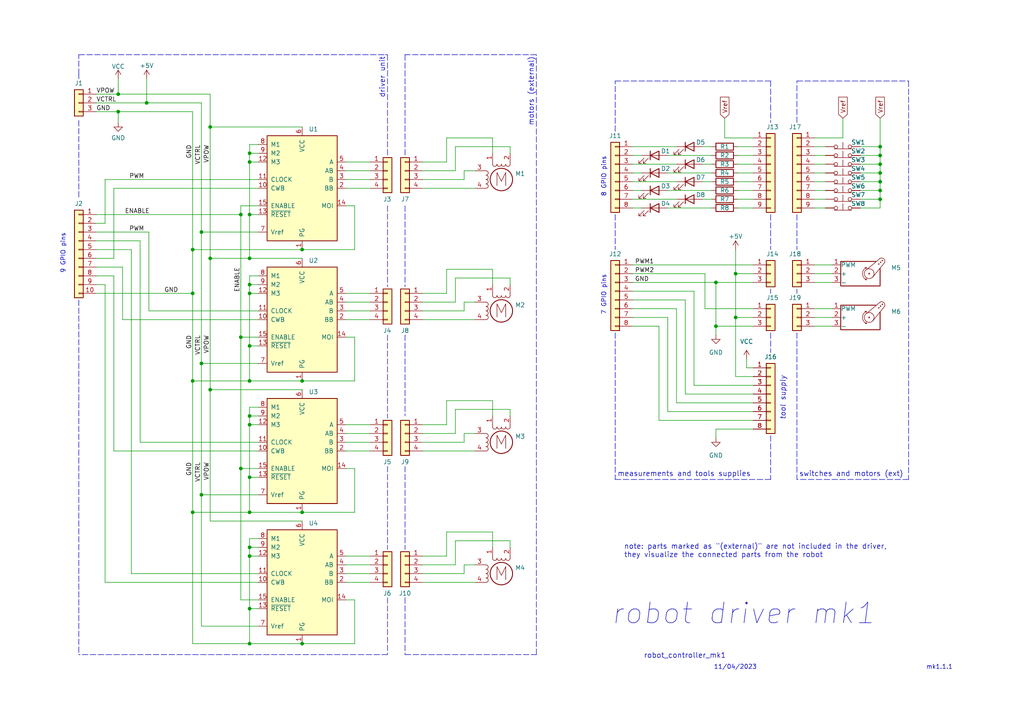
<source format=kicad_sch>
(kicad_sch (version 20211123) (generator eeschema)
  (paper "A4")
  (lib_symbols
    (symbol "Connector_Generic:Conn_01x03" (pin_names (offset 1.016) hide)
      (property "Reference" "J" (at 0 5.08 0))
      (property "Value" "Conn_01x03" (at 0 -5.08 0))
      (symbol "Conn_01x03_1_1"
        (rectangle (start -1.27 -2.413) (end 0 -2.667) (stroke (width 0.1524)))
        (rectangle (start -1.27 0.127) (end 0 -0.127) (stroke (width 0.1524)))
        (rectangle (start -1.27 2.667) (end 0 2.413) (stroke (width 0.1524)))
        (rectangle (start -1.27 3.81) (end 1.27 -3.81) (stroke (width 0.254)) (fill (type background)))
        (pin passive line (at -5.08 2.54 0) (length 3.81) (name "Pin_1") (number "1"))
        (pin passive line (at -5.08 0 0) (length 3.81) (name "Pin_2") (number "2"))
        (pin passive line (at -5.08 -2.54 0) (length 3.81) (name "Pin_3") (number "3"))
      )
    )
    (symbol "Connector_Generic:Conn_01x04" (pin_names (offset 1.016) hide)
      (property "Reference" "J" (at 0 5.08 0))
      (property "Value" "Conn_01x04" (at 0 -7.62 0))
      (symbol "Conn_01x04_1_1"
        (rectangle (start -1.27 -4.953) (end 0 -5.207) (stroke (width 0.1524)))
        (rectangle (start -1.27 -2.413) (end 0 -2.667) (stroke (width 0.1524)))
        (rectangle (start -1.27 0.127) (end 0 -0.127) (stroke (width 0.1524)))
        (rectangle (start -1.27 2.667) (end 0 2.413) (stroke (width 0.1524)))
        (rectangle (start -1.27 3.81) (end 1.27 -6.35) (stroke (width 0.254)) (fill (type background)))
        (pin passive line (at -5.08 2.54 0) (length 3.81) (name "Pin_1") (number "1"))
        (pin passive line (at -5.08 0 0) (length 3.81) (name "Pin_2") (number "2"))
        (pin passive line (at -5.08 -2.54 0) (length 3.81) (name "Pin_3") (number "3"))
        (pin passive line (at -5.08 -5.08 0) (length 3.81) (name "Pin_4") (number "4"))
      )
    )
    (symbol "Connector_Generic:Conn_01x08" (pin_names (offset 1.016) hide)
      (property "Reference" "J" (at 0 10.16 0))
      (property "Value" "Conn_01x08" (at 0 -12.7 0))
      (symbol "Conn_01x08_1_1"
        (rectangle (start -1.27 -10.033) (end 0 -10.287) (stroke (width 0.1524)))
        (rectangle (start -1.27 -7.493) (end 0 -7.747) (stroke (width 0.1524)))
        (rectangle (start -1.27 -4.953) (end 0 -5.207) (stroke (width 0.1524)))
        (rectangle (start -1.27 -2.413) (end 0 -2.667) (stroke (width 0.1524)))
        (rectangle (start -1.27 0.127) (end 0 -0.127) (stroke (width 0.1524)))
        (rectangle (start -1.27 2.667) (end 0 2.413) (stroke (width 0.1524)))
        (rectangle (start -1.27 5.207) (end 0 4.953) (stroke (width 0.1524)))
        (rectangle (start -1.27 7.747) (end 0 7.493) (stroke (width 0.1524)))
        (rectangle (start -1.27 8.89) (end 1.27 -11.43) (stroke (width 0.254)) (fill (type background)))
        (pin passive line (at -5.08 7.62 0) (length 3.81) (name "Pin_1") (number "1"))
        (pin passive line (at -5.08 5.08 0) (length 3.81) (name "Pin_2") (number "2"))
        (pin passive line (at -5.08 2.54 0) (length 3.81) (name "Pin_3") (number "3"))
        (pin passive line (at -5.08 0 0) (length 3.81) (name "Pin_4") (number "4"))
        (pin passive line (at -5.08 -2.54 0) (length 3.81) (name "Pin_5") (number "5"))
        (pin passive line (at -5.08 -5.08 0) (length 3.81) (name "Pin_6") (number "6"))
        (pin passive line (at -5.08 -7.62 0) (length 3.81) (name "Pin_7") (number "7"))
        (pin passive line (at -5.08 -10.16 0) (length 3.81) (name "Pin_8") (number "8"))
      )
    )
    (symbol "Connector_Generic:Conn_01x09" (pin_names (offset 1.016) hide)
      (property "Reference" "J" (at 0 12.7 0))
      (property "Value" "Conn_01x09" (at 0 -12.7 0))
      (symbol "Conn_01x09_1_1"
        (rectangle (start -1.27 -10.033) (end 0 -10.287) (stroke (width 0.1524)))
        (rectangle (start -1.27 -7.493) (end 0 -7.747) (stroke (width 0.1524)))
        (rectangle (start -1.27 -4.953) (end 0 -5.207) (stroke (width 0.1524)))
        (rectangle (start -1.27 -2.413) (end 0 -2.667) (stroke (width 0.1524)))
        (rectangle (start -1.27 0.127) (end 0 -0.127) (stroke (width 0.1524)))
        (rectangle (start -1.27 2.667) (end 0 2.413) (stroke (width 0.1524)))
        (rectangle (start -1.27 5.207) (end 0 4.953) (stroke (width 0.1524)))
        (rectangle (start -1.27 7.747) (end 0 7.493) (stroke (width 0.1524)))
        (rectangle (start -1.27 10.287) (end 0 10.033) (stroke (width 0.1524)))
        (rectangle (start -1.27 11.43) (end 1.27 -11.43) (stroke (width 0.254)) (fill (type background)))
        (pin passive line (at -5.08 10.16 0) (length 3.81) (name "Pin_1") (number "1"))
        (pin passive line (at -5.08 7.62 0) (length 3.81) (name "Pin_2") (number "2"))
        (pin passive line (at -5.08 5.08 0) (length 3.81) (name "Pin_3") (number "3"))
        (pin passive line (at -5.08 2.54 0) (length 3.81) (name "Pin_4") (number "4"))
        (pin passive line (at -5.08 0 0) (length 3.81) (name "Pin_5") (number "5"))
        (pin passive line (at -5.08 -2.54 0) (length 3.81) (name "Pin_6") (number "6"))
        (pin passive line (at -5.08 -5.08 0) (length 3.81) (name "Pin_7") (number "7"))
        (pin passive line (at -5.08 -7.62 0) (length 3.81) (name "Pin_8") (number "8"))
        (pin passive line (at -5.08 -10.16 0) (length 3.81) (name "Pin_9") (number "9"))
      )
    )
    (symbol "Connector_Generic:Conn_01x10" (pin_names (offset 1.016) hide)
      (property "Reference" "J" (at 0 12.7 0))
      (property "Value" "Conn_01x10" (at 0 -15.24 0))
      (symbol "Conn_01x10_1_1"
        (rectangle (start -1.27 -12.573) (end 0 -12.827) (stroke (width 0.1524)))
        (rectangle (start -1.27 -10.033) (end 0 -10.287) (stroke (width 0.1524)))
        (rectangle (start -1.27 -7.493) (end 0 -7.747) (stroke (width 0.1524)))
        (rectangle (start -1.27 -4.953) (end 0 -5.207) (stroke (width 0.1524)))
        (rectangle (start -1.27 -2.413) (end 0 -2.667) (stroke (width 0.1524)))
        (rectangle (start -1.27 0.127) (end 0 -0.127) (stroke (width 0.1524)))
        (rectangle (start -1.27 2.667) (end 0 2.413) (stroke (width 0.1524)))
        (rectangle (start -1.27 5.207) (end 0 4.953) (stroke (width 0.1524)))
        (rectangle (start -1.27 7.747) (end 0 7.493) (stroke (width 0.1524)))
        (rectangle (start -1.27 10.287) (end 0 10.033) (stroke (width 0.1524)))
        (rectangle (start -1.27 11.43) (end 1.27 -13.97) (stroke (width 0.254)) (fill (type background)))
        (pin passive line (at -5.08 10.16 0) (length 3.81) (name "Pin_1") (number "1"))
        (pin passive line (at -5.08 -12.7 0) (length 3.81) (name "Pin_10") (number "10"))
        (pin passive line (at -5.08 7.62 0) (length 3.81) (name "Pin_2") (number "2"))
        (pin passive line (at -5.08 5.08 0) (length 3.81) (name "Pin_3") (number "3"))
        (pin passive line (at -5.08 2.54 0) (length 3.81) (name "Pin_4") (number "4"))
        (pin passive line (at -5.08 0 0) (length 3.81) (name "Pin_5") (number "5"))
        (pin passive line (at -5.08 -2.54 0) (length 3.81) (name "Pin_6") (number "6"))
        (pin passive line (at -5.08 -5.08 0) (length 3.81) (name "Pin_7") (number "7"))
        (pin passive line (at -5.08 -7.62 0) (length 3.81) (name "Pin_8") (number "8"))
        (pin passive line (at -5.08 -10.16 0) (length 3.81) (name "Pin_9") (number "9"))
      )
    )
    (symbol "Device:LED" (pin_numbers hide) (pin_names (offset 1.016) hide)
      (property "Reference" "D" (at 0 2.54 0))
      (property "Value" "LED" (at 0 -2.54 0))
      (symbol "LED_0_1"
        (polyline (pts (xy -1.27 -1.27) (xy -1.27 1.27)) (stroke (width 0.254)))
        (polyline (pts (xy -1.27 0) (xy 1.27 0)))
        (polyline (pts (xy 1.27 -1.27) (xy 1.27 1.27) (xy -1.27 0) (xy 1.27 -1.27)) (stroke (width 0.254)))
        (polyline (pts (xy -3.048 -0.762) (xy -4.572 -2.286) (xy -3.81 -2.286) (xy -4.572 -2.286) (xy -4.572 -1.524)))
        (polyline (pts (xy -1.778 -0.762) (xy -3.302 -2.286) (xy -2.54 -2.286) (xy -3.302 -2.286) (xy -3.302 -1.524)))
      )
      (symbol "LED_1_1"
        (pin passive line (at -3.81 0 0) (length 2.54) (name "K") (number "1"))
        (pin passive line (at 3.81 0 180) (length 2.54) (name "A") (number "2"))
      )
    )
    (symbol "Device:R" (pin_numbers hide) (pin_names (offset 0))
      (property "Reference" "R" (at 2.032 0 90))
      (property "Value" "R" (at 0 0 90))
      (symbol "R_0_1"
        (rectangle (start -1.016 -2.54) (end 1.016 2.54) (stroke (width 0.254)))
      )
      (symbol "R_1_1"
        (pin passive line (at 0 3.81 270) (length 1.27) (name "~") (number "1"))
        (pin passive line (at 0 -3.81 90) (length 1.27) (name "~") (number "2"))
      )
    )
    (symbol "Driver_Motor:STK672-080-E" (pin_names (offset 1.016))
      (property "Reference" "U" (at -7.62 16.51 0))
      (property "Value" "STK672-080-E" (at 0 0 90))
      (symbol "STK672-080-E_0_1"
        (rectangle (start -10.16 15.24) (end 10.16 -15.24) (stroke (width 0.254)) (fill (type background)))
      )
      (symbol "STK672-080-E_1_1"
        (pin power_in line (at 0 -17.78 90) (length 2.54) (name "PG") (number "1"))
        (pin input line (at -12.7 0 0) (length 2.54) (name "CWB") (number "10"))
        (pin input line (at -12.7 2.54 0) (length 2.54) (name "CLOCK") (number "11"))
        (pin input line (at -12.7 7.62 0) (length 2.54) (name "M3") (number "12"))
        (pin input line (at -12.7 -7.62 0) (length 2.54) (name "~{RESET}") (number "13"))
        (pin output line (at 12.7 -5.08 180) (length 2.54) (name "MOI") (number "14"))
        (pin input line (at -12.7 -5.08 0) (length 2.54) (name "ENABLE") (number "15"))
        (pin output line (at 12.7 0 180) (length 2.54) (name "BB") (number "2"))
        (pin output line (at 12.7 2.54 180) (length 2.54) (name "B") (number "3"))
        (pin output line (at 12.7 5.08 180) (length 2.54) (name "AB") (number "4"))
        (pin output line (at 12.7 7.62 180) (length 2.54) (name "A") (number "5"))
        (pin power_in line (at 0 17.78 270) (length 2.54) (name "VCC") (number "6"))
        (pin input line (at -12.7 -12.7 0) (length 2.54) (name "Vref") (number "7"))
        (pin input line (at -12.7 12.7 0) (length 2.54) (name "M1") (number "8"))
        (pin input line (at -12.7 10.16 0) (length 2.54) (name "M2") (number "9"))
      )
    )
    (symbol "GND_1" (power) (pin_names (offset 0))
      (property "Value" "GND_1" (at 0 -3.81 0))
      (symbol "GND_1_0_1"
        (polyline (pts (xy 0 0) (xy 0 -1.27) (xy 1.27 -1.27) (xy 0 -2.54) (xy -1.27 -1.27) (xy 0 -1.27)))
      )
      (symbol "GND_1_1_1"
        (pin power_in line (at 0 0 270) (length 0) hide (name "GND") (number "1"))
      )
    )
    (symbol "Motor:Motor_Servo" (pin_names (offset 0.0254))
      (property "Reference" "M" (at -5.08 4.445 0))
      (property "Value" "Motor_Servo" (at -5.08 -4.064 0))
      (symbol "Motor_Servo_0_1"
        (polyline (pts (xy 2.413 -1.778) (xy 2.032 -1.778)))
        (polyline (pts (xy 2.413 -1.778) (xy 2.286 -1.397)))
        (polyline (pts (xy 2.413 1.778) (xy 1.905 1.778)))
        (polyline (pts (xy 2.413 1.778) (xy 2.286 1.397)))
        (polyline (pts (xy 6.35 4.445) (xy 2.54 1.27)))
        (polyline (pts (xy 7.62 3.175) (xy 4.191 -1.016)))
        (polyline (pts (xy 5.08 3.556) (xy -5.08 3.556) (xy -5.08 -3.556) (xy 6.35 -3.556) (xy 6.35 1.524)) (stroke (width 0.254)))
        (arc (start 2.413 1.778) (mid 1.2406 0) (end 2.413 -1.778))
        (circle (center 3.175 0) (radius 0.1778))
        (circle (center 3.175 0) (radius 1.4224))
        (circle (center 5.969 2.794) (radius 0.127))
        (circle (center 6.477 3.302) (radius 0.127))
        (circle (center 6.985 3.81) (radius 0.127))
        (arc (start 7.62 3.175) (mid 7.4485 4.2735) (end 6.35 4.445))
      )
      (symbol "Motor_Servo_1_1"
        (pin passive line (at -7.62 2.54 0) (length 2.54) (name "PWM") (number "1"))
        (pin passive line (at -7.62 0 0) (length 2.54) (name "+") (number "2"))
        (pin passive line (at -7.62 -2.54 0) (length 2.54) (name "-") (number "3"))
      )
    )
    (symbol "Motor:Stepper_Motor_bipolar" (pin_names (offset 0) hide)
      (property "Reference" "M" (at 3.81 2.54 0))
      (property "Value" "Stepper_Motor_bipolar" (at 3.81 1.27 0))
      (symbol "Stepper_Motor_bipolar_0_0"
        (polyline (pts (xy -1.27 -1.778) (xy -1.27 2.032) (xy 0 -0.508) (xy 1.27 2.032) (xy 1.27 -1.778)))
      )
      (symbol "Stepper_Motor_bipolar_0_1"
        (arc (start -4.445 -2.54) (mid -3.81 -1.905) (end -4.445 -1.27))
        (arc (start -4.445 -1.27) (mid -3.81 -0.635) (end -4.445 0))
        (arc (start -4.445 0) (mid -3.81 0.635) (end -4.445 1.27))
        (arc (start -4.445 1.27) (mid -3.81 1.905) (end -4.445 2.54))
        (arc (start -2.54 4.445) (mid -1.905 3.81) (end -1.27 4.445))
        (arc (start -1.27 4.445) (mid -0.635 3.81) (end 0 4.445))
        (polyline (pts (xy -5.08 -2.54) (xy -4.445 -2.54)))
        (polyline (pts (xy -5.08 2.54) (xy -4.445 2.54)))
        (polyline (pts (xy -2.54 5.08) (xy -2.54 4.445)))
        (polyline (pts (xy 2.54 5.08) (xy 2.54 4.445)))
        (circle (center 0 0) (radius 3.2512) (stroke (width 0.254)))
        (arc (start 0 4.445) (mid 0.635 3.81) (end 1.27 4.445))
        (arc (start 1.27 4.445) (mid 1.905 3.81) (end 2.54 4.445))
      )
      (symbol "Stepper_Motor_bipolar_1_1"
        (pin passive line (at -2.54 7.62 270) (length 2.54) (name "~") (number "1"))
        (pin passive line (at 2.54 7.62 270) (length 2.54) (name "-") (number "2"))
        (pin passive line (at -7.62 2.54 0) (length 2.54) (name "~") (number "3"))
        (pin passive line (at -7.62 -2.54 0) (length 2.54) (name "~") (number "4"))
      )
    )
    (symbol "Switch:SW_Push_Open" (pin_numbers hide) (pin_names (offset 1.016) hide)
      (property "Reference" "SW" (at 0 2.54 0))
      (property "Value" "SW_Push_Open" (at 0 -1.905 0))
      (symbol "SW_Push_Open_0_1"
        (circle (center -2.032 0) (radius 0.508))
        (polyline (pts (xy -2.54 -0.635) (xy 2.54 -0.635)))
        (polyline (pts (xy 0 -0.635) (xy 0 1.27)))
        (circle (center 2.032 0) (radius 0.508))
        (pin passive line (at -5.08 0 0) (length 2.54) (name "A") (number "1"))
      )
      (symbol "SW_Push_Open_1_1"
        (pin passive line (at 5.08 0 180) (length 2.54) (name "B") (number "2"))
      )
    )
    (symbol "VCC_1" (power) (pin_names (offset 0))
      (property "Value" "VCC_1" (at 0 3.81 0))
      (symbol "VCC_1_0_1"
        (polyline (pts (xy -0.762 1.27) (xy 0 2.54)))
        (polyline (pts (xy 0 0) (xy 0 2.54)))
        (polyline (pts (xy 0 2.54) (xy 0.762 1.27)))
      )
      (symbol "VCC_1_1_1"
        (pin power_in line (at 0 0 90) (length 0) hide (name "VCC") (number "1"))
      )
    )
    (symbol "power:+5V" (power) (pin_names (offset 0))
      (property "Value" "+5V" (at 0 3.556 0))
      (symbol "+5V_0_1"
        (polyline (pts (xy -0.762 1.27) (xy 0 2.54)))
        (polyline (pts (xy 0 0) (xy 0 2.54)))
        (polyline (pts (xy 0 2.54) (xy 0.762 1.27)))
      )
      (symbol "+5V_1_1"
        (pin power_in line (at 0 0 90) (length 0) hide (name "+5V") (number "1"))
      )
    )
    (symbol "power:GND" (power) (pin_names (offset 0))
      (property "Value" "GND" (at 0 -3.81 0))
      (symbol "GND_0_1"
        (polyline (pts (xy 0 0) (xy 0 -1.27) (xy 1.27 -1.27) (xy 0 -2.54) (xy -1.27 -1.27) (xy 0 -1.27)))
      )
      (symbol "GND_1_1"
        (pin power_in line (at 0 0 270) (length 0) hide (name "GND") (number "1"))
      )
    )
    (symbol "power:VCC" (power) (pin_names (offset 0))
      (property "Value" "VCC" (at 0 3.81 0))
      (symbol "VCC_0_1"
        (polyline (pts (xy -0.762 1.27) (xy 0 2.54)))
        (polyline (pts (xy 0 0) (xy 0 2.54)))
        (polyline (pts (xy 0 2.54) (xy 0.762 1.27)))
      )
      (symbol "VCC_1_1"
        (pin power_in line (at 0 0 90) (length 0) hide (name "VCC") (number "1"))
      )
    )
  )
  (junction (at 87.63 148.59))
  (junction (at 255.27 55.245))
  (junction (at 60.96 36.83))
  (junction (at 255.27 57.785))
  (junction (at 72.39 110.49))
  (junction (at 255.27 45.085))
  (junction (at 87.63 186.69))
  (junction (at 72.39 186.69))
  (junction (at 72.39 100.33))
  (junction (at 55.88 72.39))
  (junction (at 72.39 82.55))
  (junction (at 72.39 74.93))
  (junction (at 55.88 148.59))
  (junction (at 60.96 113.03))
  (junction (at 58.42 105.41))
  (junction (at 207.645 81.915))
  (junction (at 72.39 85.09))
  (junction (at 72.39 123.19))
  (junction (at 72.39 44.45))
  (junction (at 255.27 42.545))
  (junction (at 69.85 97.79))
  (junction (at 213.36 79.375))
  (junction (at 255.27 50.165))
  (junction (at 34.29 27.305))
  (junction (at 55.88 85.09))
  (junction (at 60.96 74.93))
  (junction (at 255.27 52.705))
  (junction (at 34.29 32.385))
  (junction (at 207.645 94.615))
  (junction (at 72.39 176.53))
  (junction (at 58.42 67.31))
  (junction (at 72.39 46.99))
  (junction (at 72.39 138.43))
  (junction (at 69.85 62.23))
  (junction (at 72.39 120.65))
  (junction (at 72.39 158.75))
  (junction (at 58.42 143.51))
  (junction (at 72.39 148.59))
  (junction (at 213.36 92.075))
  (junction (at 87.63 110.49))
  (junction (at 55.88 110.49))
  (junction (at 72.39 161.29))
  (junction (at 255.27 47.625))
  (junction (at 42.545 29.845))
  (junction (at 87.63 72.39))
  (junction (at 72.39 62.23))
  (junction (at 69.85 135.89))
  (polyline (pts (xy 22.86 15.875) (xy 111.76 15.875)))
  (wire (pts (xy 183.515 86.995) (xy 198.755 86.995)))
  (wire (pts (xy 87.63 113.03) (xy 60.96 113.03)))
  (wire (pts (xy 43.18 90.17) (xy 43.18 67.31)))
  (wire (pts (xy 27.94 62.23) (xy 69.85 62.23)))
  (wire (pts (xy 210.185 34.29) (xy 210.185 40.005)))
  (wire (pts (xy 122.555 168.91) (xy 137.795 168.91)))
  (wire (pts (xy 58.42 67.31) (xy 74.93 67.31)))
  (wire (pts (xy 72.39 176.53) (xy 74.93 176.53)))
  (wire (pts (xy 236.22 81.915) (xy 241.3 81.915)))
  (wire (pts (xy 72.39 62.23) (xy 72.39 46.99)))
  (wire (pts (xy 74.93 92.71) (xy 35.56 92.71)))
  (wire (pts (xy 74.93 118.11) (xy 72.39 118.11)))
  (wire (pts (xy 55.88 148.59) (xy 72.39 148.59)))
  (wire (pts (xy 129.54 40.005) (xy 142.875 40.005)))
  (wire (pts (xy 183.515 52.705) (xy 196.215 52.705)))
  (wire (pts (xy 134.62 166.37) (xy 134.62 163.83)))
  (polyline (pts (xy 223.52 83.82) (xy 223.52 85.09)))
  (wire (pts (xy 72.39 176.53) (xy 72.39 186.69)))
  (wire (pts (xy 183.515 42.545) (xy 196.215 42.545)))
  (wire (pts (xy 74.93 90.17) (xy 43.18 90.17)))
  (wire (pts (xy 236.22 47.625) (xy 239.395 47.625)))
  (wire (pts (xy 100.33 92.71) (xy 107.315 92.71)))
  (wire (pts (xy 87.63 110.49) (xy 102.87 110.49)))
  (polyline (pts (xy 112.395 97.155) (xy 112.395 121.285)))
  (wire (pts (xy 122.555 90.17) (xy 134.62 90.17)))
  (wire (pts (xy 100.33 163.83) (xy 107.315 163.83)))
  (wire (pts (xy 35.56 77.47) (xy 27.94 77.47)))
  (polyline (pts (xy 112.395 189.865) (xy 22.86 189.865)))
  (wire (pts (xy 100.33 125.73) (xy 107.315 125.73)))
  (polyline (pts (xy 231.14 96.52) (xy 231.14 139.065)))
  (wire (pts (xy 100.33 52.07) (xy 107.315 52.07)))
  (wire (pts (xy 43.18 67.31) (xy 27.94 67.31)))
  (wire (pts (xy 122.555 49.53) (xy 132.08 49.53)))
  (wire (pts (xy 100.33 168.91) (xy 107.315 168.91)))
  (wire (pts (xy 100.33 128.27) (xy 107.315 128.27)))
  (wire (pts (xy 132.08 49.53) (xy 132.08 42.545)))
  (wire (pts (xy 74.93 128.27) (xy 40.64 128.27)))
  (wire (pts (xy 255.27 45.085) (xy 255.27 47.625)))
  (wire (pts (xy 60.96 74.93) (xy 72.39 74.93)))
  (wire (pts (xy 122.555 130.81) (xy 137.795 130.81)))
  (polyline (pts (xy 155.575 15.875) (xy 117.475 15.875)))
  (wire (pts (xy 147.955 80.645) (xy 147.955 82.55)))
  (wire (pts (xy 122.555 166.37) (xy 134.62 166.37)))
  (wire (pts (xy 249.555 55.245) (xy 255.27 55.245)))
  (wire (pts (xy 236.22 55.245) (xy 239.395 55.245)))
  (wire (pts (xy 122.555 123.19) (xy 129.54 123.19)))
  (wire (pts (xy 213.995 50.165) (xy 218.44 50.165)))
  (wire (pts (xy 72.39 46.99) (xy 74.93 46.99)))
  (polyline (pts (xy 223.52 96.52) (xy 223.52 102.235)))
  (wire (pts (xy 27.94 74.93) (xy 33.02 74.93)))
  (wire (pts (xy 72.39 161.29) (xy 74.93 161.29)))
  (wire (pts (xy 40.64 69.85) (xy 27.94 69.85)))
  (wire (pts (xy 249.555 42.545) (xy 255.27 42.545)))
  (wire (pts (xy 69.85 173.99) (xy 74.93 173.99)))
  (wire (pts (xy 60.96 151.13) (xy 87.63 151.13)))
  (polyline (pts (xy 223.52 23.495) (xy 223.52 35.56)))
  (wire (pts (xy 207.645 124.46) (xy 207.645 127)))
  (wire (pts (xy 213.995 47.625) (xy 218.44 47.625)))
  (wire (pts (xy 72.39 148.59) (xy 87.63 148.59)))
  (wire (pts (xy 60.96 27.305) (xy 60.96 36.83)))
  (wire (pts (xy 72.39 186.69) (xy 87.63 186.69)))
  (polyline (pts (xy 117.475 59.69) (xy 117.475 83.185)))
  (wire (pts (xy 249.555 50.165) (xy 255.27 50.165)))
  (wire (pts (xy 236.22 92.075) (xy 241.3 92.075)))
  (wire (pts (xy 100.33 85.09) (xy 107.315 85.09)))
  (wire (pts (xy 33.02 74.93) (xy 33.02 54.61)))
  (wire (pts (xy 183.515 76.835) (xy 218.44 76.835)))
  (wire (pts (xy 122.555 163.83) (xy 132.08 163.83)))
  (wire (pts (xy 244.475 40.005) (xy 244.475 34.29)))
  (wire (pts (xy 196.215 116.84) (xy 218.44 116.84)))
  (wire (pts (xy 69.85 97.79) (xy 74.93 97.79)))
  (wire (pts (xy 69.85 59.69) (xy 69.85 62.23)))
  (wire (pts (xy 213.995 55.245) (xy 218.44 55.245)))
  (wire (pts (xy 69.85 97.79) (xy 69.85 135.89)))
  (wire (pts (xy 72.39 110.49) (xy 87.63 110.49)))
  (wire (pts (xy 236.22 76.835) (xy 241.3 76.835)))
  (wire (pts (xy 203.835 52.705) (xy 206.375 52.705)))
  (wire (pts (xy 72.39 138.43) (xy 74.93 138.43)))
  (wire (pts (xy 255.27 47.625) (xy 255.27 50.165)))
  (wire (pts (xy 191.135 94.615) (xy 191.135 121.92)))
  (polyline (pts (xy 263.525 23.495) (xy 263.525 139.065)))
  (wire (pts (xy 33.02 130.81) (xy 33.02 80.01)))
  (wire (pts (xy 72.39 44.45) (xy 74.93 44.45)))
  (wire (pts (xy 255.27 50.165) (xy 255.27 52.705)))
  (wire (pts (xy 191.135 121.92) (xy 218.44 121.92)))
  (wire (pts (xy 134.62 125.73) (xy 137.795 125.73)))
  (wire (pts (xy 69.85 62.23) (xy 69.85 97.79)))
  (wire (pts (xy 236.22 89.535) (xy 241.3 89.535)))
  (wire (pts (xy 134.62 87.63) (xy 137.795 87.63)))
  (wire (pts (xy 129.54 85.09) (xy 129.54 78.105)))
  (wire (pts (xy 213.36 79.375) (xy 213.36 92.075)))
  (wire (pts (xy 147.955 156.845) (xy 147.955 158.75)))
  (wire (pts (xy 102.87 148.59) (xy 102.87 135.89)))
  (wire (pts (xy 201.295 111.76) (xy 218.44 111.76)))
  (polyline (pts (xy 178.435 23.495) (xy 223.52 23.495)))
  (wire (pts (xy 183.515 45.085) (xy 186.055 45.085)))
  (wire (pts (xy 236.22 45.085) (xy 239.395 45.085)))
  (wire (pts (xy 193.675 45.085) (xy 206.375 45.085)))
  (wire (pts (xy 102.87 173.99) (xy 100.33 173.99)))
  (wire (pts (xy 213.36 72.39) (xy 213.36 79.375)))
  (wire (pts (xy 72.39 138.43) (xy 72.39 148.59)))
  (wire (pts (xy 249.555 45.085) (xy 255.27 45.085)))
  (wire (pts (xy 142.875 78.105) (xy 142.875 82.55)))
  (wire (pts (xy 183.515 81.915) (xy 207.645 81.915)))
  (wire (pts (xy 38.1 72.39) (xy 27.94 72.39)))
  (wire (pts (xy 72.39 161.29) (xy 72.39 176.53)))
  (wire (pts (xy 74.93 59.69) (xy 69.85 59.69)))
  (polyline (pts (xy 112.395 135.255) (xy 112.395 159.385)))
  (wire (pts (xy 204.47 89.535) (xy 218.44 89.535)))
  (wire (pts (xy 58.42 105.41) (xy 74.93 105.41)))
  (wire (pts (xy 236.22 40.005) (xy 244.475 40.005)))
  (wire (pts (xy 213.36 92.075) (xy 218.44 92.075)))
  (wire (pts (xy 72.39 118.11) (xy 72.39 120.65)))
  (wire (pts (xy 255.27 42.545) (xy 255.27 45.085)))
  (wire (pts (xy 122.555 92.71) (xy 137.795 92.71)))
  (wire (pts (xy 193.675 119.38) (xy 218.44 119.38)))
  (wire (pts (xy 236.22 42.545) (xy 239.395 42.545)))
  (wire (pts (xy 74.93 62.23) (xy 72.39 62.23)))
  (wire (pts (xy 30.48 82.55) (xy 30.48 168.91)))
  (polyline (pts (xy 231.14 23.495) (xy 263.525 23.495)))
  (polyline (pts (xy 22.86 21.59) (xy 22.86 22.86)))
  (wire (pts (xy 213.995 52.705) (xy 218.44 52.705)))
  (wire (pts (xy 193.675 60.325) (xy 206.375 60.325)))
  (wire (pts (xy 34.29 27.305) (xy 60.96 27.305)))
  (wire (pts (xy 34.29 32.385) (xy 34.29 35.56)))
  (wire (pts (xy 198.755 114.3) (xy 218.44 114.3)))
  (wire (pts (xy 55.88 110.49) (xy 72.39 110.49)))
  (wire (pts (xy 142.875 116.205) (xy 142.875 120.65)))
  (wire (pts (xy 132.08 42.545) (xy 147.955 42.545)))
  (wire (pts (xy 193.675 55.245) (xy 206.375 55.245)))
  (wire (pts (xy 58.42 67.31) (xy 58.42 105.41)))
  (wire (pts (xy 55.88 72.39) (xy 87.63 72.39)))
  (wire (pts (xy 183.515 55.245) (xy 186.055 55.245)))
  (wire (pts (xy 132.08 156.845) (xy 147.955 156.845)))
  (wire (pts (xy 249.555 57.785) (xy 255.27 57.785)))
  (wire (pts (xy 60.96 36.83) (xy 87.63 36.83)))
  (wire (pts (xy 255.27 52.705) (xy 255.27 55.245)))
  (wire (pts (xy 74.93 130.81) (xy 33.02 130.81)))
  (wire (pts (xy 72.39 46.99) (xy 72.39 44.45)))
  (wire (pts (xy 134.62 90.17) (xy 134.62 87.63)))
  (wire (pts (xy 33.02 80.01) (xy 27.94 80.01)))
  (wire (pts (xy 34.29 22.86) (xy 34.29 27.305)))
  (wire (pts (xy 35.56 92.71) (xy 35.56 77.47)))
  (polyline (pts (xy 117.475 15.875) (xy 117.475 45.085)))
  (wire (pts (xy 132.08 163.83) (xy 132.08 156.845)))
  (wire (pts (xy 134.62 163.83) (xy 137.795 163.83)))
  (wire (pts (xy 100.33 90.17) (xy 107.315 90.17)))
  (wire (pts (xy 72.39 100.33) (xy 74.93 100.33)))
  (wire (pts (xy 134.62 128.27) (xy 134.62 125.73)))
  (wire (pts (xy 102.87 72.39) (xy 102.87 59.69)))
  (wire (pts (xy 236.22 79.375) (xy 241.3 79.375)))
  (wire (pts (xy 74.93 166.37) (xy 38.1 166.37)))
  (wire (pts (xy 236.22 57.785) (xy 239.395 57.785)))
  (wire (pts (xy 183.515 89.535) (xy 196.215 89.535)))
  (wire (pts (xy 129.54 123.19) (xy 129.54 116.205)))
  (wire (pts (xy 27.94 27.305) (xy 34.29 27.305)))
  (wire (pts (xy 42.545 29.845) (xy 58.42 29.845)))
  (wire (pts (xy 122.555 161.29) (xy 129.54 161.29)))
  (wire (pts (xy 74.93 156.21) (xy 72.39 156.21)))
  (wire (pts (xy 55.88 72.39) (xy 55.88 85.09)))
  (polyline (pts (xy 112.395 15.875) (xy 112.395 45.085)))
  (wire (pts (xy 147.955 118.745) (xy 147.955 120.65)))
  (wire (pts (xy 255.27 34.29) (xy 255.27 42.545)))
  (wire (pts (xy 58.42 105.41) (xy 58.42 143.51)))
  (wire (pts (xy 30.48 168.91) (xy 74.93 168.91)))
  (wire (pts (xy 183.515 94.615) (xy 191.135 94.615)))
  (wire (pts (xy 196.215 89.535) (xy 196.215 116.84)))
  (wire (pts (xy 100.33 130.81) (xy 107.315 130.81)))
  (wire (pts (xy 72.39 120.65) (xy 72.39 123.19)))
  (wire (pts (xy 55.88 186.69) (xy 72.39 186.69)))
  (wire (pts (xy 203.835 42.545) (xy 206.375 42.545)))
  (wire (pts (xy 100.33 161.29) (xy 107.315 161.29)))
  (wire (pts (xy 129.54 46.99) (xy 129.54 40.005)))
  (wire (pts (xy 72.39 82.55) (xy 74.93 82.55)))
  (wire (pts (xy 100.33 123.19) (xy 107.315 123.19)))
  (wire (pts (xy 134.62 49.53) (xy 137.795 49.53)))
  (wire (pts (xy 55.88 186.69) (xy 55.88 148.59)))
  (wire (pts (xy 72.39 85.09) (xy 72.39 100.33)))
  (wire (pts (xy 72.39 158.75) (xy 74.93 158.75)))
  (wire (pts (xy 72.39 85.09) (xy 74.93 85.09)))
  (polyline (pts (xy 117.475 135.255) (xy 117.475 159.385)))
  (wire (pts (xy 55.88 85.09) (xy 55.88 110.49)))
  (wire (pts (xy 69.85 135.89) (xy 69.85 173.99)))
  (wire (pts (xy 38.1 166.37) (xy 38.1 72.39)))
  (wire (pts (xy 183.515 92.075) (xy 193.675 92.075)))
  (polyline (pts (xy 178.435 62.23) (xy 178.435 72.39)))
  (wire (pts (xy 122.555 87.63) (xy 132.08 87.63)))
  (wire (pts (xy 122.555 85.09) (xy 129.54 85.09)))
  (wire (pts (xy 60.96 36.83) (xy 60.96 74.93)))
  (wire (pts (xy 255.27 55.245) (xy 255.27 57.785)))
  (wire (pts (xy 33.02 54.61) (xy 74.93 54.61)))
  (polyline (pts (xy 231.14 62.23) (xy 231.14 72.39)))
  (polyline (pts (xy 263.525 139.065) (xy 231.14 139.065)))
  (wire (pts (xy 207.645 94.615) (xy 218.44 94.615)))
  (wire (pts (xy 72.39 41.91) (xy 74.93 41.91)))
  (wire (pts (xy 42.545 22.86) (xy 42.545 29.845)))
  (wire (pts (xy 30.48 52.07) (xy 74.93 52.07)))
  (polyline (pts (xy 22.86 34.925) (xy 22.86 57.15)))
  (wire (pts (xy 142.875 40.005) (xy 142.875 44.45)))
  (wire (pts (xy 102.87 135.89) (xy 100.33 135.89)))
  (wire (pts (xy 27.94 29.845) (xy 42.545 29.845)))
  (wire (pts (xy 183.515 84.455) (xy 201.295 84.455)))
  (wire (pts (xy 142.875 154.305) (xy 142.875 158.75)))
  (wire (pts (xy 132.08 87.63) (xy 132.08 80.645)))
  (wire (pts (xy 60.96 113.03) (xy 60.96 151.13)))
  (wire (pts (xy 183.515 47.625) (xy 196.215 47.625)))
  (wire (pts (xy 72.39 123.19) (xy 74.93 123.19)))
  (wire (pts (xy 27.94 32.385) (xy 34.29 32.385)))
  (polyline (pts (xy 223.52 126.365) (xy 223.52 139.065)))
  (wire (pts (xy 255.27 57.785) (xy 255.27 60.325)))
  (wire (pts (xy 207.645 94.615) (xy 207.645 97.155)))
  (wire (pts (xy 100.33 97.79) (xy 102.87 97.79)))
  (wire (pts (xy 213.995 57.785) (xy 218.44 57.785)))
  (wire (pts (xy 203.835 47.625) (xy 206.375 47.625)))
  (polyline (pts (xy 117.475 97.155) (xy 117.475 120.65)))
  (wire (pts (xy 27.94 82.55) (xy 30.48 82.55)))
  (wire (pts (xy 207.645 94.615) (xy 207.645 81.915)))
  (polyline (pts (xy 111.76 15.875) (xy 112.395 15.875)))
  (wire (pts (xy 55.88 110.49) (xy 55.88 148.59)))
  (wire (pts (xy 72.39 120.65) (xy 74.93 120.65)))
  (wire (pts (xy 55.88 32.385) (xy 55.88 72.39)))
  (wire (pts (xy 102.87 59.69) (xy 100.33 59.69)))
  (wire (pts (xy 193.675 92.075) (xy 193.675 119.38)))
  (wire (pts (xy 72.39 62.23) (xy 72.39 74.93)))
  (wire (pts (xy 100.33 166.37) (xy 107.315 166.37)))
  (wire (pts (xy 60.96 74.93) (xy 60.96 113.03)))
  (wire (pts (xy 129.54 78.105) (xy 142.875 78.105)))
  (wire (pts (xy 132.08 125.73) (xy 132.08 118.745)))
  (wire (pts (xy 100.33 46.99) (xy 107.315 46.99)))
  (wire (pts (xy 129.54 116.205) (xy 142.875 116.205)))
  (wire (pts (xy 249.555 52.705) (xy 255.27 52.705)))
  (wire (pts (xy 207.645 81.915) (xy 218.44 81.915)))
  (wire (pts (xy 72.39 44.45) (xy 72.39 41.91)))
  (polyline (pts (xy 117.475 189.865) (xy 155.575 189.865)))
  (wire (pts (xy 72.39 156.21) (xy 72.39 158.75)))
  (wire (pts (xy 72.39 80.01) (xy 72.39 82.55)))
  (wire (pts (xy 183.515 57.785) (xy 196.215 57.785)))
  (wire (pts (xy 100.33 87.63) (xy 107.315 87.63)))
  (wire (pts (xy 204.47 79.375) (xy 204.47 89.535)))
  (polyline (pts (xy 112.395 173.355) (xy 112.395 189.865)))
  (wire (pts (xy 129.54 154.305) (xy 142.875 154.305)))
  (wire (pts (xy 134.62 52.07) (xy 134.62 49.53)))
  (wire (pts (xy 87.63 186.69) (xy 102.87 186.69)))
  (polyline (pts (xy 155.575 189.865) (xy 155.575 15.875)))
  (polyline (pts (xy 223.52 62.23) (xy 223.52 72.39)))
  (wire (pts (xy 100.33 54.61) (xy 107.315 54.61)))
  (wire (pts (xy 203.835 57.785) (xy 206.375 57.785)))
  (wire (pts (xy 236.22 50.165) (xy 239.395 50.165)))
  (wire (pts (xy 249.555 47.625) (xy 255.27 47.625)))
  (polyline (pts (xy 117.475 173.355) (xy 117.475 189.865)))
  (wire (pts (xy 58.42 181.61) (xy 74.93 181.61)))
  (polyline (pts (xy 22.86 86.995) (xy 22.86 189.865)))
  (wire (pts (xy 72.39 158.75) (xy 72.39 161.29)))
  (wire (pts (xy 72.39 123.19) (xy 72.39 138.43)))
  (wire (pts (xy 27.94 85.09) (xy 55.88 85.09)))
  (wire (pts (xy 30.48 52.07) (xy 30.48 64.77)))
  (wire (pts (xy 236.22 52.705) (xy 239.395 52.705)))
  (wire (pts (xy 122.555 46.99) (xy 129.54 46.99)))
  (wire (pts (xy 40.64 128.27) (xy 40.64 69.85)))
  (wire (pts (xy 216.535 106.68) (xy 218.44 106.68)))
  (polyline (pts (xy 178.435 139.065) (xy 223.52 139.065)))
  (wire (pts (xy 213.995 42.545) (xy 218.44 42.545)))
  (wire (pts (xy 122.555 52.07) (xy 134.62 52.07)))
  (wire (pts (xy 122.555 54.61) (xy 137.795 54.61)))
  (polyline (pts (xy 178.435 96.52) (xy 178.435 139.065)))
  (wire (pts (xy 236.22 94.615) (xy 241.3 94.615)))
  (wire (pts (xy 102.87 186.69) (xy 102.87 173.99)))
  (wire (pts (xy 74.93 80.01) (xy 72.39 80.01)))
  (wire (pts (xy 201.295 84.455) (xy 201.295 111.76)))
  (wire (pts (xy 100.33 49.53) (xy 107.315 49.53)))
  (wire (pts (xy 72.39 100.33) (xy 72.39 110.49)))
  (wire (pts (xy 210.185 40.005) (xy 218.44 40.005)))
  (wire (pts (xy 147.955 42.545) (xy 147.955 44.45)))
  (wire (pts (xy 218.44 124.46) (xy 207.645 124.46)))
  (wire (pts (xy 102.87 110.49) (xy 102.87 97.79)))
  (wire (pts (xy 129.54 161.29) (xy 129.54 154.305)))
  (wire (pts (xy 198.755 86.995) (xy 198.755 114.3)))
  (wire (pts (xy 72.39 74.93) (xy 87.63 74.93)))
  (wire (pts (xy 69.85 135.89) (xy 74.93 135.89)))
  (wire (pts (xy 72.39 82.55) (xy 72.39 85.09)))
  (polyline (pts (xy 231.14 35.56) (xy 231.14 23.495)))
  (wire (pts (xy 183.515 50.165) (xy 186.055 50.165)))
  (wire (pts (xy 183.515 60.325) (xy 186.055 60.325)))
  (wire (pts (xy 132.08 118.745) (xy 147.955 118.745)))
  (polyline (pts (xy 118.11 15.875) (xy 117.475 15.875)))
  (polyline (pts (xy 178.435 38.1) (xy 178.435 23.495)))
  (wire (pts (xy 213.36 92.075) (xy 213.36 109.22)))
  (wire (pts (xy 193.675 50.165) (xy 206.375 50.165)))
  (wire (pts (xy 213.36 109.22) (xy 218.44 109.22)))
  (wire (pts (xy 34.29 32.385) (xy 55.88 32.385)))
  (polyline (pts (xy 112.395 59.69) (xy 112.395 83.185)))
  (polyline (pts (xy 22.86 21.59) (xy 22.86 15.875)))
  (wire (pts (xy 58.42 143.51) (xy 74.93 143.51)))
  (wire (pts (xy 87.63 148.59) (xy 102.87 148.59)))
  (wire (pts (xy 122.555 125.73) (xy 132.08 125.73)))
  (wire (pts (xy 183.515 79.375) (xy 204.47 79.375)))
  (wire (pts (xy 213.995 60.325) (xy 218.44 60.325)))
  (wire (pts (xy 213.36 79.375) (xy 218.44 79.375)))
  (wire (pts (xy 213.995 45.085) (xy 218.44 45.085)))
  (wire (pts (xy 122.555 128.27) (xy 134.62 128.27)))
  (wire (pts (xy 132.08 80.645) (xy 147.955 80.645)))
  (wire (pts (xy 249.555 60.325) (xy 255.27 60.325)))
  (polyline (pts (xy 231.14 83.82) (xy 231.14 85.09)))
  (wire (pts (xy 27.94 64.77) (xy 30.48 64.77)))
  (wire (pts (xy 58.42 29.845) (xy 58.42 67.31)))
  (wire (pts (xy 236.22 60.325) (xy 239.395 60.325)))
  (wire (pts (xy 87.63 72.39) (xy 102.87 72.39)))
  (wire (pts (xy 58.42 143.51) (xy 58.42 181.61)))
  (wire (pts (xy 216.535 104.14) (xy 216.535 106.68)))
  (text "measurements and tools supplies" (at 179.07 138.43 0) (effects (font (size 1.5 1.5)) (justify left bottom)))
  (text "8 GPIO pins" (at 175.895 57.15 90) (effects (font (size 1.27 1.27)) (justify left bottom)))
  (text "9 GPIO pins" (at 19.05 79.375 90) (effects (font (size 1.27 1.27)) (justify left bottom)))
  (text "tool supply" (at 227.965 121.92 90) (effects (font (size 1.5 1.5) italic) (justify left bottom)))
  (text "robot driver mk1" (at 177.165 181.61 0) (effects (font (size 6 6) italic) (justify left bottom)))
  (text "mk1.1.1" (at 268.605 194.31 0) (effects (font (size 1.27 1.27)) (justify left bottom)))
  (text "11/04/2023" (at 207.01 194.31 0) (effects (font (size 1.27 1.27)) (justify left bottom)))
  (text "switches and motors (ext)" (at 231.775 138.43 0) (effects (font (size 1.5 1.5)) (justify left bottom)))
  (text "motors (external)" (at 154.94 16.51 270) (effects (font (size 1.5 1.5)) (justify right bottom)))
  (text "7 GPIO pins" (at 175.895 91.44 90) (effects (font (size 1.27 1.27)) (justify left bottom)))
  (text "driver unit" (at 111.76 16.51 270) (effects (font (size 1.5 1.5)) (justify right bottom)))
  (text "robot_controller_mk1" (at 186.69 191.135 0) (effects (font (size 1.5 1.5)) (justify left bottom)))
  (text "note: parts marked as \"(external)\" are not included in the driver,\nthey visualize the connected parts from the robot" (at 180.975 161.925 0) (effects (font (size 1.5 1.5)) (justify left bottom)))
  (label "GND" (at 27.94 32.385 0))
  (label "GND" (at 47.625 85.09 0))
  (label "GND" (at 55.88 41.91 270))
  (label "VCTRL" (at 58.42 133.985 270))
  (label "PWM" (at 37.465 67.31 0))
  (label "VCTRL" (at 58.42 41.91 270))
  (label "VCTRL" (at 27.94 29.845 0))
  (label "VCTRL" (at 58.42 97.155 270))
  (label "VPOW" (at 60.96 41.91 270))
  (label "GND" (at 184.15 81.915 0))
  (label "GND" (at 55.88 133.985 270))
  (label "VPOW" (at 60.96 133.985 270))
  (label "GND" (at 55.88 97.155 270))
  (label "PWM1" (at 184.15 76.835 0))
  (label "PWM" (at 37.465 52.07 0))
  (label "VPOW" (at 60.96 97.155 270))
  (label "ENABLE" (at 36.195 62.23 0))
  (label "ENABLE" (at 69.85 77.47 270))
  (label "VPOW" (at 27.94 27.305 0))
  (label "PWM2" (at 184.15 79.375 0))
  (global_label "Vref" (shape input) (at 255.27 34.29 90) (property "Intersheet References" "${INTERSHEET_REFS}" (effects hide)))
  (global_label "Vref" (shape input) (at 244.475 34.29 90) (property "Intersheet References" "${INTERSHEET_REFS}" (effects hide)))
  (global_label "Vref" (shape input) (at 210.185 34.29 90) (property "Intersheet References" "${INTERSHEET_REFS}" (effects hide)))
  (symbol (lib_id "Motor:Motor_Servo") (at 248.92 92.075 0) (unit 1)
    (property "Reference" "M6" (at 258.445 90.3715 0) (effects (justify left)))
    (property "Value" "Motor_Servo" (effects hide))
    (property "Datasheet" "http://forums.parallax.com/uploads/attachments/46831/74481.png" (effects hide))
  )
  (symbol (lib_id "Driver_Motor:STK672-080-E") (at 87.63 130.81 0) (unit 1)
    (property "Reference" "U3" (at 89.535 113.665 0) (effects (justify left)))
    (property "Value" "STK672-080-E" (effects hide))
    (property "Datasheet" "http://www.onsemi.com/pub_link/Collateral/EN6507-D.PDF" (effects hide))
  )
  (symbol (lib_id "Motor:Stepper_Motor_bipolar") (at 145.415 90.17 0) (unit 1)
    (property "Reference" "M2" (at 149.4282 88.4844 0) (effects (justify left)))
    (property "Value" "Stepper_Motor_bipolar" (effects hide))
    (property "Datasheet" "http://www.infineon.com/dgdl/Application-Note-TLE8110EE_driving_UniPolarStepperMotor_V1.1.pdf?fileId=db3a30431be39b97011be5d0aa0a00b0" (effects hide))
  )
  (symbol (lib_id "Switch:SW_Push_Open") (at 244.475 42.545 0) (unit 1)
    (property "Reference" "SW1" (at 248.92 41.275 0))
    (property "Value" "SW_Push_Open" (effects hide))
  )
  (symbol (lib_id "Device:LED") (at 200.025 47.625 0) (unit 1)
    (property "Reference" "D6" (at 203.2 46.355 0))
    (property "Value" "LED" (effects hide))
  )
  (symbol (lib_id "Device:R") (at 210.185 42.545 90) (unit 1)
    (property "Reference" "R1" (at 210.185 42.545 90))
    (property "Value" "R" (effects hide))
  )
  (symbol (lib_id "Motor:Stepper_Motor_bipolar") (at 145.415 128.27 0) (unit 1)
    (property "Reference" "M3" (at 149.4282 126.5844 0) (effects (justify left)))
    (property "Value" "Stepper_Motor_bipolar" (effects hide))
    (property "Datasheet" "http://www.infineon.com/dgdl/Application-Note-TLE8110EE_driving_UniPolarStepperMotor_V1.1.pdf?fileId=db3a30431be39b97011be5d0aa0a00b0" (effects hide))
  )
  (symbol (lib_id "power:+5V") (at 42.545 22.86 0) (unit 1)
    (property "Reference" "#PWR03" (effects hide))
    (property "Value" "+5V" (at 42.545 19.05 0))
  )
  (symbol (lib_id "Switch:SW_Push_Open") (at 244.475 45.085 0) (unit 1)
    (property "Reference" "SW2" (at 248.92 43.815 0))
    (property "Value" "SW_Push_Open" (effects hide))
  )
  (symbol (lib_id "Switch:SW_Push_Open") (at 244.475 47.625 0) (unit 1)
    (property "Reference" "SW3" (at 248.92 46.355 0))
    (property "Value" "SW_Push_Open" (effects hide))
  )
  (symbol (lib_id "Connector_Generic:Conn_01x04") (at 112.395 163.83 0) (unit 1)
    (property "Reference" "J6" (at 111.125 172.085 0) (effects (justify left)))
    (property "Value" "Conn_01x04" (effects hide))
  )
  (symbol (lib_id "Switch:SW_Push_Open") (at 244.475 50.165 0) (unit 1)
    (property "Reference" "SW4" (at 248.92 48.895 0))
    (property "Value" "SW_Push_Open" (effects hide))
  )
  (symbol (lib_id "Motor:Motor_Servo") (at 248.92 79.375 0) (unit 1)
    (property "Reference" "M5" (at 258.445 77.6715 0) (effects (justify left)))
    (property "Value" "Motor_Servo" (effects hide))
    (property "Datasheet" "http://forums.parallax.com/uploads/attachments/46831/74481.png" (effects hide))
  )
  (symbol (lib_id "Connector_Generic:Conn_01x04") (at 112.395 49.53 0) (unit 1)
    (property "Reference" "J3" (at 111.125 57.785 0) (effects (justify left)))
    (property "Value" "Conn_01x04" (effects hide))
  )
  (symbol (lib_id "Switch:SW_Push_Open") (at 244.475 60.325 0) (unit 1)
    (property "Reference" "SW8" (at 248.92 59.055 0))
    (property "Value" "SW_Push_Open" (effects hide))
  )
  (symbol (lib_id "Driver_Motor:STK672-080-E") (at 87.63 54.61 0) (unit 1)
    (property "Reference" "U1" (at 89.535 37.465 0) (effects (justify left)))
    (property "Value" "STK672-080-E" (effects hide))
    (property "Datasheet" "http://www.onsemi.com/pub_link/Collateral/EN6507-D.PDF" (effects hide))
  )
  (symbol (lib_id "Device:LED") (at 200.025 52.705 0) (unit 1)
    (property "Reference" "D7" (at 203.2 51.435 0))
    (property "Value" "LED" (effects hide))
  )
  (symbol (lib_id "Connector_Generic:Conn_01x04") (at 112.395 125.73 0) (unit 1)
    (property "Reference" "J5" (at 111.125 133.985 0) (effects (justify left)))
    (property "Value" "Conn_01x04" (effects hide))
  )
  (symbol (lib_id "Connector_Generic:Conn_01x03") (at 223.52 92.075 0) (unit 1)
    (property "Reference" "J15" (at 222.25 86.36 0) (effects (justify left)))
    (property "Value" "Conn_01x03" (effects hide))
  )
  (symbol (lib_id "Connector_Generic:Conn_01x03") (at 22.86 29.845 0) (mirror y) (unit 1)
    (property "Reference" "J1" (at 22.86 24.13 0))
    (property "Value" "Conn_01x03" (effects hide))
  )
  (symbol (lib_id "Connector_Generic:Conn_01x04") (at 117.475 49.53 0) (mirror y) (unit 1)
    (property "Reference" "J7" (at 117.475 57.785 0))
    (property "Value" "Conn_01x04" (effects hide))
  )
  (symbol (lib_id "Motor:Stepper_Motor_bipolar") (at 145.415 52.07 0) (unit 1)
    (property "Reference" "M1" (at 149.4282 50.3844 0) (effects (justify left)))
    (property "Value" "Stepper_Motor_bipolar" (effects hide))
    (property "Datasheet" "http://www.infineon.com/dgdl/Application-Note-TLE8110EE_driving_UniPolarStepperMotor_V1.1.pdf?fileId=db3a30431be39b97011be5d0aa0a00b0" (effects hide))
  )
  (symbol (lib_id "Device:R") (at 210.185 57.785 90) (unit 1)
    (property "Reference" "R7" (at 210.185 57.785 90))
    (property "Value" "R" (effects hide))
  )
  (symbol (lib_id "Device:LED") (at 189.865 60.325 0) (unit 1)
    (property "Reference" "D4" (at 193.04 59.055 0))
    (property "Value" "LED" (effects hide))
  )
  (symbol (lib_id "Switch:SW_Push_Open") (at 244.475 52.705 0) (unit 1)
    (property "Reference" "SW5" (at 248.92 51.435 0))
    (property "Value" "SW_Push_Open" (effects hide))
  )
  (symbol (lib_id "Switch:SW_Push_Open") (at 244.475 55.245 0) (unit 1)
    (property "Reference" "SW6" (at 248.92 53.975 0))
    (property "Value" "SW_Push_Open" (effects hide))
  )
  (symbol (lib_id "power:GND") (at 34.29 35.56 0) (unit 1)
    (property "Reference" "#PWR02" (effects hide))
    (property "Value" "GND" (at 34.29 40.0034 0))
  )
  (symbol (lib_id "power:+5V") (at 213.36 72.39 0) (unit 1)
    (property "Reference" "#PWR06" (effects hide))
    (property "Value" "+5V" (at 213.36 68.58 0))
  )
  (symbol (lib_id "Connector_Generic:Conn_01x08") (at 178.435 50.165 0) (mirror y) (unit 1)
    (property "Reference" "J11" (at 178.435 39.37 0))
    (property "Value" "Conn_01x08" (effects hide))
  )
  (symbol (lib_id "Device:R") (at 210.185 47.625 90) (unit 1)
    (property "Reference" "R3" (at 210.185 47.625 90))
    (property "Value" "R" (effects hide))
  )
  (symbol (lib_name "VCC_1") (lib_id "power:VCC") (at 216.535 104.14 0) (unit 1)
    (property "Reference" "#PWR07" (effects hide))
    (property "Value" "VCC" (at 216.535 99.06 0))
  )
  (symbol (lib_id "Driver_Motor:STK672-080-E") (at 87.63 168.91 0) (unit 1)
    (property "Reference" "U4" (at 89.535 151.765 0) (effects (justify left)))
    (property "Value" "STK672-080-E" (effects hide))
    (property "Datasheet" "http://www.onsemi.com/pub_link/Collateral/EN6507-D.PDF" (effects hide))
  )
  (symbol (lib_id "Device:LED") (at 189.865 50.165 0) (unit 1)
    (property "Reference" "D2" (at 193.04 48.895 0))
    (property "Value" "LED" (effects hide))
  )
  (symbol (lib_id "Connector_Generic:Conn_01x03") (at 231.14 79.375 0) (mirror y) (unit 1)
    (property "Reference" "J18" (at 232.41 73.66 0) (effects (justify left)))
    (property "Value" "Conn_01x03" (effects hide))
  )
  (symbol (lib_id "Connector_Generic:Conn_01x04") (at 117.475 87.63 0) (mirror y) (unit 1)
    (property "Reference" "J8" (at 117.475 95.885 0))
    (property "Value" "Conn_01x04" (effects hide))
  )
  (symbol (lib_id "Connector_Generic:Conn_01x04") (at 117.475 125.73 0) (mirror y) (unit 1)
    (property "Reference" "J9" (at 117.475 133.985 0))
    (property "Value" "Conn_01x04" (effects hide))
  )
  (symbol (lib_id "Device:R") (at 210.185 45.085 90) (unit 1)
    (property "Reference" "R2" (at 210.185 45.085 90))
    (property "Value" "R" (effects hide))
  )
  (symbol (lib_id "Device:R") (at 210.185 50.165 90) (unit 1)
    (property "Reference" "R4" (at 210.185 50.165 90))
    (property "Value" "R" (effects hide))
  )
  (symbol (lib_id "Device:R") (at 210.185 55.245 90) (unit 1)
    (property "Reference" "R6" (at 210.185 55.245 90))
    (property "Value" "R" (effects hide))
  )
  (symbol (lib_name "GND_1") (lib_id "power:GND") (at 207.645 97.155 0) (unit 1)
    (property "Reference" "#PWR04" (effects hide))
    (property "Value" "GND" (at 207.645 102.235 0))
  )
  (symbol (lib_id "Device:LED") (at 200.025 42.545 0) (unit 1)
    (property "Reference" "D5" (at 203.2 41.275 0))
    (property "Value" "LED" (effects hide))
  )
  (symbol (lib_id "Connector_Generic:Conn_01x04") (at 117.475 163.83 0) (mirror y) (unit 1)
    (property "Reference" "J10" (at 117.475 172.085 0))
    (property "Value" "Conn_01x04" (effects hide))
  )
  (symbol (lib_id "Connector_Generic:Conn_01x04") (at 112.395 87.63 0) (unit 1)
    (property "Reference" "J4" (at 111.125 95.885 0) (effects (justify left)))
    (property "Value" "Conn_01x04" (effects hide))
  )
  (symbol (lib_id "power:VCC") (at 34.29 22.86 0) (unit 1)
    (property "Reference" "#PWR01" (effects hide))
    (property "Value" "VCC" (at 34.29 19.2842 0))
  )
  (symbol (lib_id "Switch:SW_Push_Open") (at 244.475 57.785 0) (unit 1)
    (property "Reference" "SW7" (at 248.92 56.515 0))
    (property "Value" "SW_Push_Open" (effects hide))
  )
  (symbol (lib_id "Device:LED") (at 200.025 57.785 0) (unit 1)
    (property "Reference" "D8" (at 203.2 56.515 0))
    (property "Value" "LED" (effects hide))
  )
  (symbol (lib_name "GND_1") (lib_id "power:GND") (at 207.645 127 0) (unit 1)
    (property "Reference" "#PWR05" (effects hide))
    (property "Value" "GND" (at 207.645 132.08 0))
  )
  (symbol (lib_id "Connector_Generic:Conn_01x03") (at 231.14 92.075 0) (mirror y) (unit 1)
    (property "Reference" "J19" (at 232.41 86.36 0) (effects (justify left)))
    (property "Value" "Conn_01x03" (effects hide))
  )
  (symbol (lib_id "Device:R") (at 210.185 52.705 90) (unit 1)
    (property "Reference" "R5" (at 210.185 52.705 90))
    (property "Value" "R" (effects hide))
  )
  (symbol (lib_id "Connector_Generic:Conn_01x08") (at 223.52 114.3 0) (unit 1)
    (property "Reference" "J16" (at 223.52 103.505 0))
    (property "Value" "Conn_01x08" (effects hide))
  )
  (symbol (lib_id "Connector_Generic:Conn_01x09") (at 223.52 50.165 0) (unit 1)
    (property "Reference" "J13" (at 222.25 36.83 0) (effects (justify left)))
    (property "Value" "Conn_01x09" (effects hide))
  )
  (symbol (lib_id "Connector_Generic:Conn_01x08") (at 178.435 84.455 0) (mirror y) (unit 1)
    (property "Reference" "J12" (at 178.435 73.66 0))
    (property "Value" "Conn_01x08" (effects hide))
  )
  (symbol (lib_id "Motor:Stepper_Motor_bipolar") (at 145.415 166.37 0) (unit 1)
    (property "Reference" "M4" (at 149.4282 164.6844 0) (effects (justify left)))
    (property "Value" "Stepper_Motor_bipolar" (effects hide))
    (property "Datasheet" "http://www.infineon.com/dgdl/Application-Note-TLE8110EE_driving_UniPolarStepperMotor_V1.1.pdf?fileId=db3a30431be39b97011be5d0aa0a00b0" (effects hide))
  )
  (symbol (lib_id "Connector_Generic:Conn_01x03") (at 223.52 79.375 0) (unit 1)
    (property "Reference" "J14" (at 222.25 73.66 0) (effects (justify left)))
    (property "Value" "Conn_01x03" (effects hide))
  )
  (symbol (lib_id "Connector_Generic:Conn_01x10") (at 22.86 72.39 0) (mirror y) (unit 1)
    (property "Reference" "J2" (at 22.86 59.055 0))
    (property "Value" "Conn_01x10" (effects hide))
  )
  (symbol (lib_id "Connector_Generic:Conn_01x09") (at 231.14 50.165 0) (mirror y) (unit 1)
    (property "Reference" "J17" (at 232.41 36.83 0) (effects (justify left)))
    (property "Value" "Conn_01x09" (effects hide))
  )
  (symbol (lib_id "Driver_Motor:STK672-080-E") (at 87.63 92.71 0) (unit 1)
    (property "Reference" "U2" (at 89.535 75.565 0) (effects (justify left)))
    (property "Value" "STK672-080-E" (effects hide))
    (property "Datasheet" "http://www.onsemi.com/pub_link/Collateral/EN6507-D.PDF" (effects hide))
  )
  (symbol (lib_id "Device:LED") (at 189.865 45.085 0) (unit 1)
    (property "Reference" "D1" (at 193.04 43.815 0))
    (property "Value" "LED" (effects hide))
  )
  (symbol (lib_id "Device:R") (at 210.185 60.325 90) (unit 1)
    (property "Reference" "R8" (at 210.185 60.325 90))
    (property "Value" "R" (effects hide))
  )
  (symbol (lib_id "Device:LED") (at 189.865 55.245 0) (unit 1)
    (property "Reference" "D3" (at 193.04 53.975 0))
    (property "Value" "LED" (effects hide))
  )
)
</source>
